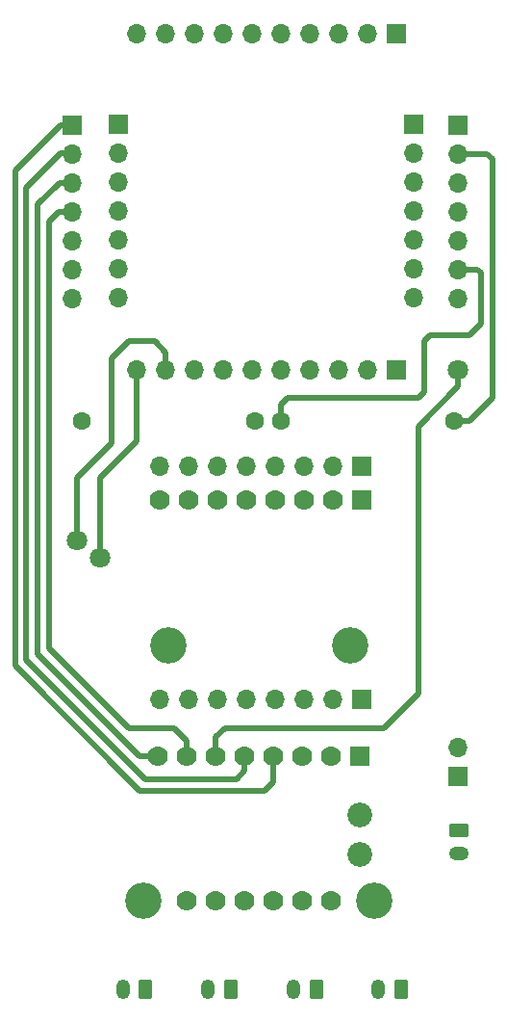
<source format=gbr>
%TF.GenerationSoftware,KiCad,Pcbnew,9.0.3*%
%TF.CreationDate,2025-08-30T15:24:08+02:00*%
%TF.ProjectId,rl_car,726c5f63-6172-42e6-9b69-6361645f7063,rev?*%
%TF.SameCoordinates,Original*%
%TF.FileFunction,Copper,L2,Bot*%
%TF.FilePolarity,Positive*%
%FSLAX46Y46*%
G04 Gerber Fmt 4.6, Leading zero omitted, Abs format (unit mm)*
G04 Created by KiCad (PCBNEW 9.0.3) date 2025-08-30 15:24:08*
%MOMM*%
%LPD*%
G01*
G04 APERTURE LIST*
G04 Aperture macros list*
%AMRoundRect*
0 Rectangle with rounded corners*
0 $1 Rounding radius*
0 $2 $3 $4 $5 $6 $7 $8 $9 X,Y pos of 4 corners*
0 Add a 4 corners polygon primitive as box body*
4,1,4,$2,$3,$4,$5,$6,$7,$8,$9,$2,$3,0*
0 Add four circle primitives for the rounded corners*
1,1,$1+$1,$2,$3*
1,1,$1+$1,$4,$5*
1,1,$1+$1,$6,$7*
1,1,$1+$1,$8,$9*
0 Add four rect primitives between the rounded corners*
20,1,$1+$1,$2,$3,$4,$5,0*
20,1,$1+$1,$4,$5,$6,$7,0*
20,1,$1+$1,$6,$7,$8,$9,0*
20,1,$1+$1,$8,$9,$2,$3,0*%
G04 Aperture macros list end*
%TA.AperFunction,ComponentPad*%
%ADD10R,1.700000X1.700000*%
%TD*%
%TA.AperFunction,ComponentPad*%
%ADD11O,1.700000X1.700000*%
%TD*%
%TA.AperFunction,ComponentPad*%
%ADD12RoundRect,0.250000X0.350000X0.625000X-0.350000X0.625000X-0.350000X-0.625000X0.350000X-0.625000X0*%
%TD*%
%TA.AperFunction,ComponentPad*%
%ADD13O,1.200000X1.750000*%
%TD*%
%TA.AperFunction,ComponentPad*%
%ADD14RoundRect,0.250000X-0.625000X0.350000X-0.625000X-0.350000X0.625000X-0.350000X0.625000X0.350000X0*%
%TD*%
%TA.AperFunction,ComponentPad*%
%ADD15O,1.750000X1.200000*%
%TD*%
%TA.AperFunction,ComponentPad*%
%ADD16R,1.778000X1.778000*%
%TD*%
%TA.AperFunction,ComponentPad*%
%ADD17C,1.778000*%
%TD*%
%TA.AperFunction,ComponentPad*%
%ADD18C,2.184400*%
%TD*%
%TA.AperFunction,ComponentPad*%
%ADD19C,3.200000*%
%TD*%
%TA.AperFunction,ComponentPad*%
%ADD20C,1.600000*%
%TD*%
%TA.AperFunction,ViaPad*%
%ADD21C,1.800000*%
%TD*%
%TA.AperFunction,Conductor*%
%ADD22C,0.500000*%
%TD*%
G04 APERTURE END LIST*
D10*
%TO.P,X6,1*%
%TO.N,Net-(BT1-+)*%
X132000000Y-113275000D03*
D11*
%TO.P,X6,2*%
%TO.N,VBAT+*%
X132000000Y-110735000D03*
%TD*%
D12*
%TO.P,M3,1,+*%
%TO.N,Net-(M3-+)*%
X104500000Y-132000000D03*
D13*
%TO.P,M3,2,-*%
%TO.N,Net-(M3--)*%
X102500000Y-132000000D03*
%TD*%
D10*
%TO.P,X5,1*%
%TO.N,Net-(U2-VM)*%
X123540000Y-106500000D03*
D11*
%TO.P,X5,2*%
%TO.N,GND*%
X121000000Y-106500000D03*
%TO.P,X5,3*%
%TO.N,Net-(U2-FLT)*%
X118460000Y-106500000D03*
%TO.P,X5,4*%
%TO.N,unconnected-(X5-Pad4)*%
X115920000Y-106500000D03*
%TO.P,X5,5*%
%TO.N,unconnected-(X5-Pad5)*%
X113380000Y-106500000D03*
%TO.P,X5,6*%
%TO.N,unconnected-(X5-Pad6)*%
X110840000Y-106500000D03*
%TO.P,X5,7*%
%TO.N,unconnected-(X5-Pad7)*%
X108300000Y-106500000D03*
%TO.P,X5,8*%
%TO.N,unconnected-(X5-Pad8)*%
X105760000Y-106500000D03*
%TD*%
D12*
%TO.P,M2,1,+*%
%TO.N,Net-(M1-+)*%
X127000000Y-132000000D03*
D13*
%TO.P,M2,2,-*%
%TO.N,Net-(M1--)*%
X125000000Y-132000000D03*
%TD*%
D14*
%TO.P,BT1,1,+*%
%TO.N,Net-(BT1-+)*%
X132050000Y-118000000D03*
D15*
%TO.P,BT1,2,-*%
%TO.N,VBAT-*%
X132050000Y-120000000D03*
%TD*%
D16*
%TO.P,U2,1,VM*%
%TO.N,Net-(U2-VM)*%
X123390000Y-111500000D03*
D17*
%TO.P,U2,2,GND*%
%TO.N,GND*%
X120850000Y-111500000D03*
%TO.P,U2,3,FLT*%
%TO.N,Net-(U2-FLT)*%
X118310000Y-111500000D03*
%TO.P,U2,4,BIN1*%
%TO.N,MOT_B_DIR*%
X115770000Y-111500000D03*
%TO.P,U2,5,BIN2*%
%TO.N,MOT_B_DIR_PWM*%
X113230000Y-111500000D03*
%TO.P,U2,6,SLP*%
%TO.N,MOT_SLP*%
X110690000Y-111500000D03*
%TO.P,U2,7,AIN2*%
%TO.N,MOT_A_DIR_PWM*%
X108150000Y-111500000D03*
%TO.P,U2,8,AIN1*%
%TO.N,MOT_A_DIR*%
X105610000Y-111500000D03*
%TO.P,U2,9,AS*%
%TO.N,unconnected-(U2-AS-Pad9)*%
X120850000Y-124200000D03*
%TO.P,U2,10,BS*%
%TO.N,unconnected-(U2-BS-Pad10)*%
X118310000Y-124200000D03*
%TO.P,U2,11,B1*%
%TO.N,Net-(M1-+)*%
X115770000Y-124200000D03*
%TO.P,U2,12,B2*%
%TO.N,Net-(M1--)*%
X113230000Y-124200000D03*
%TO.P,U2,13,A2*%
%TO.N,Net-(M3-+)*%
X110690000Y-124200000D03*
%TO.P,U2,14,A1*%
%TO.N,Net-(M3--)*%
X108150000Y-124200000D03*
D18*
%TO.P,U2,15,VM+*%
%TO.N,VBAT+*%
X123390000Y-116658000D03*
%TO.P,U2,16,VM-*%
%TO.N,VBAT-*%
X123390000Y-120158000D03*
D19*
%TO.P,U2,S1*%
%TO.N,N/C*%
X124660000Y-124200000D03*
%TO.P,U2,S2*%
X104340000Y-124200000D03*
%TD*%
D16*
%TO.P,U3,1,VCC*%
%TO.N,3V3*%
X123500000Y-89000000D03*
D17*
%TO.P,U3,2,GND*%
%TO.N,GND*%
X120960000Y-89000000D03*
%TO.P,U3,3,SCL*%
%TO.N,ACC_SDA*%
X118420000Y-89000000D03*
%TO.P,U3,4,SDA*%
%TO.N,ACC_SCL*%
X115880000Y-89000000D03*
%TO.P,U3,5,XDA*%
%TO.N,Net-(U3-XDA)*%
X113340000Y-89000000D03*
%TO.P,U3,6,XCL*%
%TO.N,Net-(U3-XCL)*%
X110800000Y-89000000D03*
%TO.P,U3,7,AD0*%
%TO.N,Net-(U3-AD0)*%
X108260000Y-89000000D03*
%TO.P,U3,8,INT*%
%TO.N,Net-(U3-INT)*%
X105720000Y-89000000D03*
D19*
%TO.P,U3,S1*%
%TO.N,N/C*%
X122500000Y-101750000D03*
X106500000Y-101750000D03*
%TD*%
D12*
%TO.P,M1,1,+*%
%TO.N,Net-(M1-+)*%
X119500000Y-132000000D03*
D13*
%TO.P,M1,2,-*%
%TO.N,Net-(M1--)*%
X117500000Y-132000000D03*
%TD*%
D12*
%TO.P,M4,1,+*%
%TO.N,Net-(M3-+)*%
X112000000Y-132000000D03*
D13*
%TO.P,M4,2,-*%
%TO.N,Net-(M3--)*%
X110000000Y-132000000D03*
%TD*%
D20*
%TO.P,R1,1*%
%TO.N,VBAT+*%
X98880000Y-82000000D03*
%TO.P,R1,2*%
%TO.N,BAT_SENSE*%
X114120000Y-82000000D03*
%TD*%
D10*
%TO.P,X1,1*%
%TO.N,MOT_B_DIR*%
X98000000Y-56000000D03*
D11*
%TO.P,X1,2*%
%TO.N,MOT_B_DIR_PWM*%
X98000000Y-58540000D03*
%TO.P,X1,3*%
%TO.N,MOT_A_DIR*%
X98000000Y-61080000D03*
%TO.P,X1,4*%
%TO.N,MOT_A_DIR_PWM*%
X98000000Y-63620000D03*
%TO.P,X1,5*%
%TO.N,ACC_SDA*%
X98000000Y-66160000D03*
%TO.P,X1,6*%
%TO.N,ACC_SCL*%
X98000000Y-68700000D03*
%TO.P,X1,7*%
%TO.N,Net-(U1-GPIO43_TX_D6)*%
X98000000Y-71240000D03*
%TD*%
D20*
%TO.P,R2,1*%
%TO.N,BAT_SENSE*%
X116380000Y-82000000D03*
%TO.P,R2,2*%
%TO.N,GND*%
X131620000Y-82000000D03*
%TD*%
D10*
%TO.P,U1,1,TCH1_GPIO1_A0_D0*%
%TO.N,MOT_B_DIR*%
X102061364Y-55913000D03*
D11*
%TO.P,U1,2,TCH2_GPIO2_A1_D1*%
%TO.N,MOT_B_DIR_PWM*%
X102061364Y-58453000D03*
%TO.P,U1,3,TCH3_GPIO3_A2_D2*%
%TO.N,MOT_A_DIR*%
X102061364Y-60993000D03*
%TO.P,U1,4,TCH4_GPIO4_A3_D3*%
%TO.N,MOT_A_DIR_PWM*%
X102061364Y-63533000D03*
%TO.P,U1,5,TCH5_GPIO5_A4_D4_SDA*%
%TO.N,ACC_SDA*%
X102061364Y-66073000D03*
%TO.P,U1,6,TCH6_GPIO6_A5_D5_SCL*%
%TO.N,ACC_SCL*%
X102061364Y-68613000D03*
%TO.P,U1,7,GPIO43_TX_D6*%
%TO.N,Net-(U1-GPIO43_TX_D6)*%
X102061364Y-71153000D03*
%TO.P,U1,8,GPIO44_D7_RX*%
%TO.N,MOT_SLP*%
X128061364Y-71153000D03*
%TO.P,U1,9,TCH7_GPIO7_A8_D8_SCK*%
%TO.N,BAT_SENSE*%
X128061364Y-68613000D03*
%TO.P,U1,10,TCH8_GPIO8_A9_D9_MISO*%
%TO.N,Net-(U1-TCH8_GPIO8_A9_D9_MISO)*%
X128061364Y-66073000D03*
%TO.P,U1,11,TCH9_GPIO9_A10_D10_MOSI*%
%TO.N,Net-(U1-TCH9_GPIO9_A10_D10_MOSI)*%
X128061364Y-63533000D03*
%TO.P,U1,12,3V3*%
%TO.N,3V3*%
X128061364Y-60993000D03*
%TO.P,U1,13,GND*%
%TO.N,GND*%
X128061364Y-58453000D03*
D10*
%TO.P,U1,14,5V*%
%TO.N,Net-(U1-5V)*%
X128061364Y-55913000D03*
D11*
%TO.P,U1,15,BAT+*%
%TO.N,VBAT+*%
X103741364Y-77493000D03*
%TO.P,U1,16,BAT-*%
%TO.N,VBAT-*%
X106281364Y-77493000D03*
D10*
%TO.P,U1,17,MTDI*%
%TO.N,Net-(U1-MTDI)*%
X126601364Y-77493000D03*
D11*
%TO.P,U1,18,MTDO*%
%TO.N,Net-(U1-MTDO)*%
X124061364Y-77493000D03*
%TO.P,U1,19,EN*%
%TO.N,Net-(U1-EN)*%
X118981364Y-77493000D03*
%TO.P,U1,20,GND*%
%TO.N,Net-(U1-GND-Pad20)*%
X121521364Y-77493000D03*
%TO.P,U1,21,MTMS*%
%TO.N,Net-(U1-MTMS)*%
X113901364Y-77493000D03*
%TO.P,U1,22,MTCK*%
%TO.N,Net-(U1-MTCK)*%
X116441364Y-77493000D03*
%TO.P,U1,23,D-*%
%TO.N,Net-(U1-D-)*%
X108821364Y-77493000D03*
%TO.P,U1,24,D+*%
%TO.N,Net-(U1-D+)*%
X111361364Y-77493000D03*
%TD*%
D10*
%TO.P,X3,1*%
%TO.N,Net-(U1-MTDI)*%
X126580000Y-48000000D03*
D11*
%TO.P,X3,2*%
%TO.N,Net-(U1-MTDO)*%
X124040000Y-48000000D03*
%TO.P,X3,3*%
%TO.N,Net-(U1-GND-Pad20)*%
X121500000Y-48000000D03*
%TO.P,X3,4*%
%TO.N,Net-(U1-EN)*%
X118960000Y-48000000D03*
%TO.P,X3,5*%
%TO.N,Net-(U1-MTCK)*%
X116420000Y-48000000D03*
%TO.P,X3,6*%
%TO.N,Net-(U1-MTMS)*%
X113880000Y-48000000D03*
%TO.P,X3,7*%
%TO.N,Net-(U1-D+)*%
X111340000Y-48000000D03*
%TO.P,X3,8*%
%TO.N,Net-(U1-D-)*%
X108800000Y-48000000D03*
%TO.P,X3,9*%
%TO.N,VBAT-*%
X106260000Y-48000000D03*
%TO.P,X3,10*%
%TO.N,VBAT+*%
X103720000Y-48000000D03*
%TD*%
D10*
%TO.P,X2,1*%
%TO.N,Net-(U1-5V)*%
X132000000Y-56000000D03*
D11*
%TO.P,X2,2*%
%TO.N,GND*%
X132000000Y-58540000D03*
%TO.P,X2,3*%
%TO.N,3V3*%
X132000000Y-61080000D03*
%TO.P,X2,4*%
%TO.N,Net-(U1-TCH9_GPIO9_A10_D10_MOSI)*%
X132000000Y-63620000D03*
%TO.P,X2,5*%
%TO.N,Net-(U1-TCH8_GPIO8_A9_D9_MISO)*%
X132000000Y-66160000D03*
%TO.P,X2,6*%
%TO.N,BAT_SENSE*%
X132000000Y-68700000D03*
%TO.P,X2,7*%
%TO.N,MOT_SLP*%
X132000000Y-71240000D03*
%TD*%
D10*
%TO.P,X4,1*%
%TO.N,3V3*%
X123540000Y-86000000D03*
D11*
%TO.P,X4,2*%
%TO.N,GND*%
X121000000Y-86000000D03*
%TO.P,X4,3*%
%TO.N,unconnected-(X4-Pad3)*%
X118460000Y-86000000D03*
%TO.P,X4,4*%
%TO.N,unconnected-(X4-Pad4)*%
X115920000Y-86000000D03*
%TO.P,X4,5*%
%TO.N,Net-(U3-XDA)*%
X113380000Y-86000000D03*
%TO.P,X4,6*%
%TO.N,Net-(U3-XCL)*%
X110840000Y-86000000D03*
%TO.P,X4,7*%
%TO.N,Net-(U3-AD0)*%
X108300000Y-86000000D03*
%TO.P,X4,8*%
%TO.N,Net-(U3-INT)*%
X105760000Y-86000000D03*
%TD*%
D21*
%TO.N,VBAT-*%
X98500000Y-92500000D03*
%TO.N,VBAT+*%
X100500000Y-94000000D03*
%TO.N,MOT_SLP*%
X132000000Y-77500000D03*
%TD*%
D22*
%TO.N,VBAT-*%
X98500000Y-87000000D02*
X101500000Y-84000000D01*
X101500000Y-84000000D02*
X101500000Y-76500000D01*
X101500000Y-76500000D02*
X103000000Y-75000000D01*
X105281364Y-75000000D02*
X106281364Y-76000000D01*
X98500000Y-92500000D02*
X98500000Y-87000000D01*
X106281364Y-76000000D02*
X106281364Y-77493000D01*
X103000000Y-75000000D02*
X105281364Y-75000000D01*
%TO.N,BAT_SENSE*%
X116380000Y-82000000D02*
X116380000Y-80620000D01*
X129500000Y-74500000D02*
X133000000Y-74500000D01*
X128500000Y-80000000D02*
X129000000Y-79500000D01*
X134000000Y-73500000D02*
X134000000Y-69000000D01*
X129000000Y-75000000D02*
X129500000Y-74500000D01*
X134000000Y-69000000D02*
X133700000Y-68700000D01*
X117000000Y-80000000D02*
X128500000Y-80000000D01*
X133700000Y-68700000D02*
X132000000Y-68700000D01*
X116380000Y-80620000D02*
X117000000Y-80000000D01*
X129000000Y-79500000D02*
X129000000Y-75000000D01*
X133000000Y-74500000D02*
X134000000Y-73500000D01*
%TO.N,VBAT+*%
X100500000Y-94000000D02*
X100500000Y-87000000D01*
X100500000Y-87000000D02*
X103741364Y-83758636D01*
X103741364Y-83758636D02*
X103741364Y-77493000D01*
%TO.N,GND*%
X131620000Y-82000000D02*
X133000000Y-82000000D01*
X135000000Y-80000000D02*
X135000000Y-59000000D01*
X134540000Y-58540000D02*
X132000000Y-58540000D01*
X133000000Y-82000000D02*
X135000000Y-80000000D01*
X135000000Y-59000000D02*
X134540000Y-58540000D01*
%TO.N,MOT_B_DIR*%
X98000000Y-56000000D02*
X97000000Y-56000000D01*
X93000000Y-60000000D02*
X93000000Y-103500000D01*
X115770000Y-113730000D02*
X115770000Y-111500000D01*
X97000000Y-56000000D02*
X93000000Y-60000000D01*
X104000000Y-114500000D02*
X115000000Y-114500000D01*
X93000000Y-103500000D02*
X104000000Y-114500000D01*
X115000000Y-114500000D02*
X115770000Y-113730000D01*
%TO.N,MOT_A_DIR_PWM*%
X107000000Y-109000000D02*
X108150000Y-110150000D01*
X96000000Y-64500000D02*
X96000000Y-102000000D01*
X108150000Y-110150000D02*
X108150000Y-111500000D01*
X103000000Y-109000000D02*
X107000000Y-109000000D01*
X98000000Y-63620000D02*
X96880000Y-63620000D01*
X96000000Y-102000000D02*
X103000000Y-109000000D01*
X96880000Y-63620000D02*
X96000000Y-64500000D01*
%TO.N,MOT_B_DIR_PWM*%
X104500000Y-113500000D02*
X112500000Y-113500000D01*
X113230000Y-112770000D02*
X113230000Y-111500000D01*
X97000000Y-58500000D02*
X94000000Y-61500000D01*
X94000000Y-61500000D02*
X94000000Y-103000000D01*
X94000000Y-103000000D02*
X104500000Y-113500000D01*
X97960000Y-58500000D02*
X97000000Y-58500000D01*
X98000000Y-58540000D02*
X97960000Y-58500000D01*
X112500000Y-113500000D02*
X113230000Y-112770000D01*
%TO.N,MOT_SLP*%
X128500000Y-82500000D02*
X128500000Y-106000000D01*
X110690000Y-109810000D02*
X111500000Y-109000000D01*
X132000000Y-79000000D02*
X128500000Y-82500000D01*
X128500000Y-106000000D02*
X125500000Y-109000000D01*
X132000000Y-77500000D02*
X132000000Y-79000000D01*
X110690000Y-111500000D02*
X110690000Y-109810000D01*
X111500000Y-109000000D02*
X125500000Y-109000000D01*
%TO.N,MOT_A_DIR*%
X98000000Y-61080000D02*
X96920000Y-61080000D01*
X96920000Y-61080000D02*
X95000000Y-63000000D01*
X104000000Y-111500000D02*
X105610000Y-111500000D01*
X95000000Y-102500000D02*
X104000000Y-111500000D01*
X95000000Y-63000000D02*
X95000000Y-102500000D01*
%TD*%
M02*

</source>
